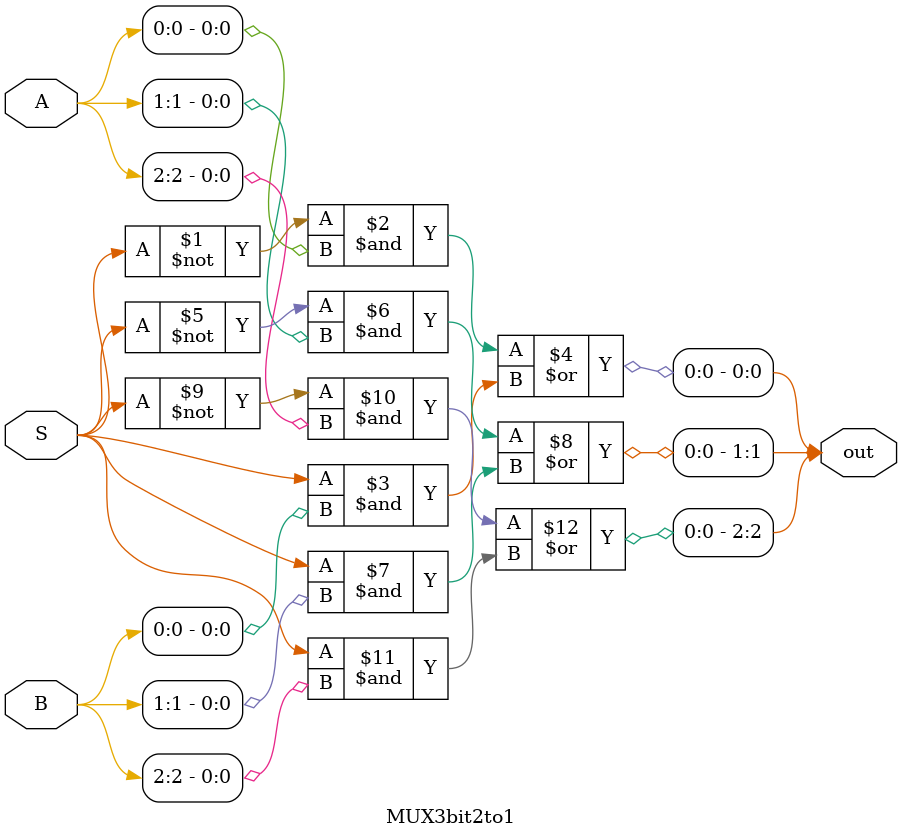
<source format=v>
/*
Author: Nathan Spence

Program Name: MUX3bit2to1

Creation Date: 3/20/2023

Date Last Updated: 3/20/2023

Function: This module simulates a 3-bit wide 2-1 multiplexer

Method: Directly map inputs to output combinations

Inputs: A, B, and Select wires.

Outputs: Output wires

Comments:
*/

//3-bit 2 to 1 Multiplexer
module MUX3bit2to1(
input [2:0] A, B,
input S,
output [2:0] out);

	//Outputs A or B based on
	//the value of the select bit (S).

	assign out[0] = (~S & A[0]) | (S & B[0]);
	assign out[1] = (~S & A[1]) | (S & B[1]);
	assign out[2] = (~S & A[2]) | (S & B[2]);


endmodule
</source>
